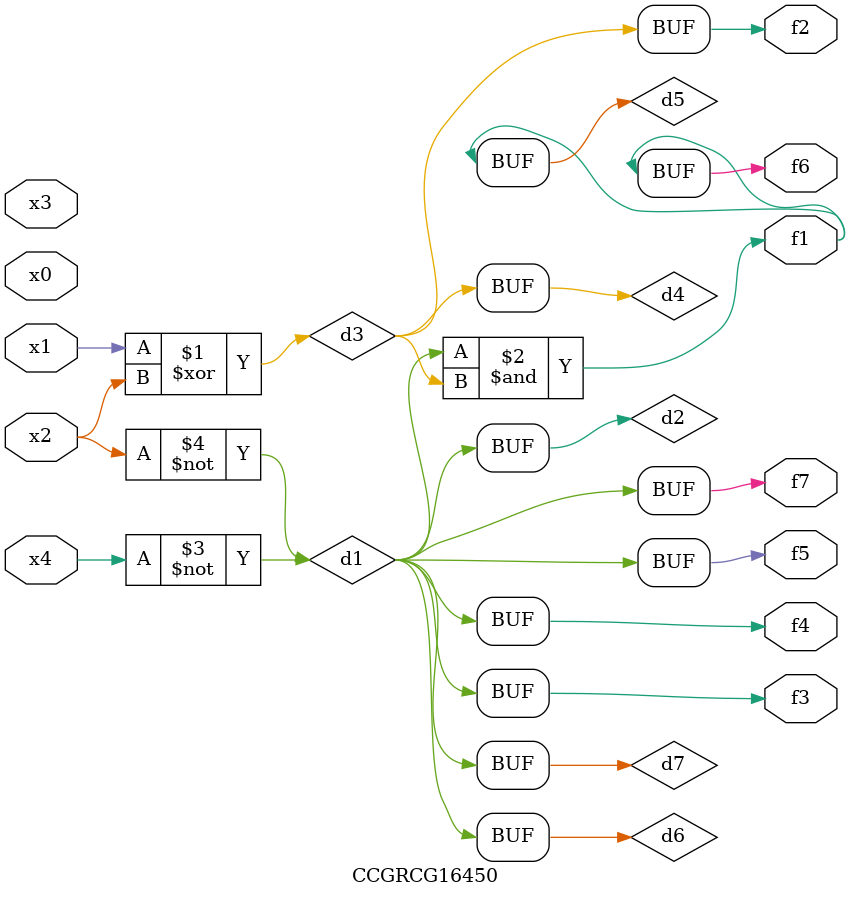
<source format=v>
module CCGRCG16450(
	input x0, x1, x2, x3, x4,
	output f1, f2, f3, f4, f5, f6, f7
);

	wire d1, d2, d3, d4, d5, d6, d7;

	not (d1, x4);
	not (d2, x2);
	xor (d3, x1, x2);
	buf (d4, d3);
	and (d5, d1, d3);
	buf (d6, d1, d2);
	buf (d7, d2);
	assign f1 = d5;
	assign f2 = d4;
	assign f3 = d7;
	assign f4 = d7;
	assign f5 = d7;
	assign f6 = d5;
	assign f7 = d7;
endmodule

</source>
